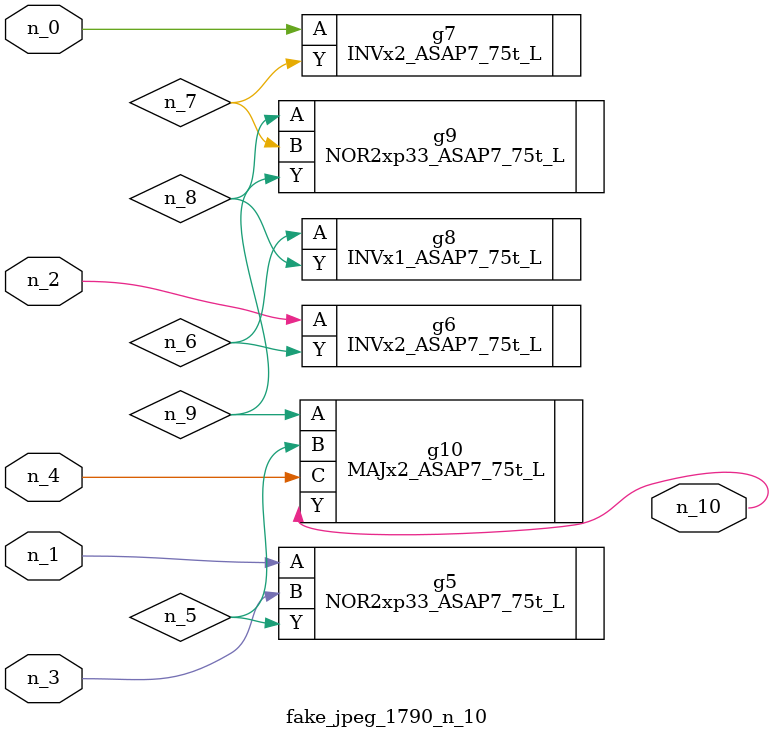
<source format=v>
module fake_jpeg_1790_n_10 (n_3, n_2, n_1, n_0, n_4, n_10);

input n_3;
input n_2;
input n_1;
input n_0;
input n_4;

output n_10;

wire n_8;
wire n_9;
wire n_6;
wire n_5;
wire n_7;

NOR2xp33_ASAP7_75t_L g5 ( 
.A(n_1),
.B(n_3),
.Y(n_5)
);

INVx2_ASAP7_75t_L g6 ( 
.A(n_2),
.Y(n_6)
);

INVx2_ASAP7_75t_L g7 ( 
.A(n_0),
.Y(n_7)
);

INVx1_ASAP7_75t_L g8 ( 
.A(n_6),
.Y(n_8)
);

NOR2xp33_ASAP7_75t_L g9 ( 
.A(n_8),
.B(n_7),
.Y(n_9)
);

MAJx2_ASAP7_75t_L g10 ( 
.A(n_9),
.B(n_5),
.C(n_4),
.Y(n_10)
);


endmodule
</source>
